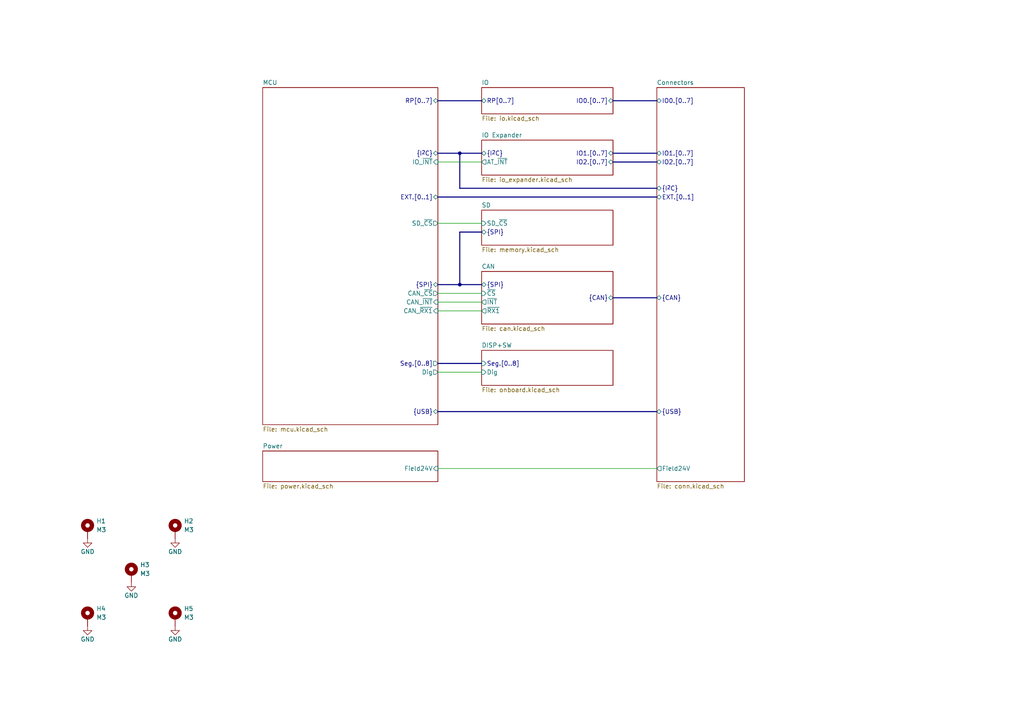
<source format=kicad_sch>
(kicad_sch (version 20211123) (generator eeschema)
  (paper "A4")
  (title_block (title "[canbrd] CAN/RS485 IO board") (date "2022-02-24") (rev "1.0"))
  (lib_symbols
    (symbol "Mechanical:MountingHole_Pad" (pin_numbers hide) (pin_names (offset 1.016) hide)
      (property "Reference" "H" (at 0 6.35 0))
      (property "Value" "MountingHole_Pad" (at 0 4.445 0))
      (symbol "MountingHole_Pad_0_1"
        (circle (center 0 1.27) (radius 1.27) (stroke (width 1.27)))
      )
      (symbol "MountingHole_Pad_1_1"
        (pin input line (at 0 -2.54 90) (length 2.54) (name "1") (number "1"))
      )
    )
    (symbol "power:GND" (power) (pin_names (offset 0))
      (property "Value" "GND" (at 0 -3.81 0))
      (symbol "GND_0_1"
        (polyline (pts (xy 0 0) (xy 0 -1.27) (xy 1.27 -1.27) (xy 0 -2.54) (xy -1.27 -1.27) (xy 0 -1.27)))
      )
      (symbol "GND_1_1"
        (pin power_in line (at 0 0 270) (length 0) hide (name "GND") (number "1"))
      )
    )
  )
  (bus_alias "CAN" (members "CANH" "CANL"))
  (bus_alias "I^{2}C" (members "SDA" "SCL"))
  (bus_alias "USB" (members "USB+" "USB-"))
  (bus_alias "SPI" (members "MOSI" "MISO" "SCK"))
  (junction (at 133.35 82.55))
  (junction (at 133.35 44.45))
  (bus (pts (xy 133.35 44.45) (xy 139.7 44.45)))
  (bus (pts (xy 133.35 54.61) (xy 190.5 54.61)))
  (bus (pts (xy 133.35 82.55) (xy 139.7 82.55)))
  (wire (pts (xy 127 135.89) (xy 190.5 135.89)))
  (bus (pts (xy 139.7 67.31) (xy 133.35 67.31)))
  (bus (pts (xy 177.8 29.2099) (xy 177.8 29.21)))
  (wire (pts (xy 127 87.63) (xy 139.7 87.63)))
  (wire (pts (xy 127 85.09) (xy 139.7 85.09)))
  (bus (pts (xy 127 105.41) (xy 139.7 105.41)))
  (bus (pts (xy 177.8 44.45) (xy 190.5 44.45)))
  (bus (pts (xy 190.5 29.2099) (xy 177.8 29.2099)))
  (bus (pts (xy 127 29.21) (xy 139.7 29.21)))
  (bus (pts (xy 133.35 67.31) (xy 133.35 82.55)))
  (bus (pts (xy 177.8 46.99) (xy 190.5 46.99)))
  (wire (pts (xy 127 46.99) (xy 139.7 46.99)))
  (bus (pts (xy 133.35 82.55) (xy 127 82.55)))
  (wire (pts (xy 127 90.17) (xy 139.7 90.17)))
  (bus (pts (xy 133.35 54.61) (xy 133.35 44.45)))
  (wire (pts (xy 127 64.77) (xy 139.7 64.77)))
  (bus (pts (xy 177.8 86.36) (xy 190.5 86.36)))
  (bus (pts (xy 127 119.38) (xy 190.5 119.38)))
  (bus (pts (xy 127 57.15) (xy 190.5 57.15)))
  (wire (pts (xy 127 107.95) (xy 139.7 107.95)))
  (bus (pts (xy 127 44.45) (xy 133.35 44.45)))
  (symbol (lib_id "Mechanical:MountingHole_Pad") (at 25.4 179.07 0) (unit 1)
    (property "Reference" "H4" (at 27.94 176.5299 0) (effects (justify left)))
    (property "Value" "M3" (at 27.94 179.0699 0) (effects (justify left)))
    (property "Footprint" "MountingHole:MountingHole_3.2mm_M3_Pad_Via" (effects hide))
  )
  (symbol (lib_id "power:GND") (at 25.4 181.61 0) (unit 1)
    (property "Reference" "#PWR04" (effects hide))
    (property "Value" "GND" (at 25.4 185.42 0))
  )
  (symbol (lib_id "Mechanical:MountingHole_Pad") (at 50.8 153.67 0) (unit 1)
    (property "Reference" "H2" (at 53.34 151.1299 0) (effects (justify left)))
    (property "Value" "M3" (at 53.34 153.6699 0) (effects (justify left)))
    (property "Footprint" "MountingHole:MountingHole_3.2mm_M3_Pad_Via" (effects hide))
  )
  (symbol (lib_id "Mechanical:MountingHole_Pad") (at 38.1 166.37 0) (unit 1)
    (property "Reference" "H3" (at 40.64 163.8299 0) (effects (justify left)))
    (property "Value" "M3" (at 40.64 166.3699 0) (effects (justify left)))
    (property "Footprint" "MountingHole:MountingHole_3.2mm_M3_Pad_Via" (effects hide))
  )
  (symbol (lib_id "power:GND") (at 50.8 181.61 0) (unit 1)
    (property "Reference" "#PWR05" (effects hide))
    (property "Value" "GND" (at 50.8 185.42 0))
  )
  (symbol (lib_id "power:GND") (at 50.8 156.21 0) (unit 1)
    (property "Reference" "#PWR02" (effects hide))
    (property "Value" "GND" (at 50.8 160.02 0))
  )
  (symbol (lib_id "Mechanical:MountingHole_Pad") (at 50.8 179.07 0) (unit 1)
    (property "Reference" "H5" (at 53.34 176.5299 0) (effects (justify left)))
    (property "Value" "M3" (at 53.34 179.0699 0) (effects (justify left)))
    (property "Footprint" "MountingHole:MountingHole_3.2mm_M3_Pad_Via" (effects hide))
  )
  (symbol (lib_id "Mechanical:MountingHole_Pad") (at 25.4 153.67 0) (unit 1)
    (property "Reference" "H1" (at 27.94 151.1299 0) (effects (justify left)))
    (property "Value" "M3" (at 27.94 153.6699 0) (effects (justify left)))
    (property "Footprint" "MountingHole:MountingHole_3.2mm_M3_Pad_Via" (effects hide))
  )
  (symbol (lib_id "power:GND") (at 38.1 168.91 0) (unit 1)
    (property "Reference" "#PWR03" (effects hide))
    (property "Value" "GND" (at 38.1 172.72 0))
  )
  (symbol (lib_id "power:GND") (at 25.4 156.21 0) (unit 1)
    (property "Reference" "#PWR01" (effects hide))
    (property "Value" "GND" (at 25.4 160.02 0))
  )
  (sheet (at 76.2 130.81) (size 50.8 8.89) (stroke (width 0.1524))
    (property "Sheet name" "Power" (at 76.2 130.0984 0) (effects (justify left bottom)))
    (property "Sheet file" "power.kicad_sch" (at 76.2 140.2846 0) (effects (justify left top)))
    (pin "Field24V" input (at 127 135.89 0))
  )
  (sheet (at 190.5 25.4) (size 25.4 114.3) (stroke (width 0.1524))
    (property "Sheet name" "Connectors" (at 190.5 24.6884 0) (effects (justify left bottom)))
    (property "Sheet file" "conn.kicad_sch" (at 190.5 140.2846 0) (effects (justify left top)))
    (pin "IO0.[0..7]" bidirectional (at 190.5 29.2099 180))
    (pin "IO1.[0..7]" bidirectional (at 190.5 44.45 180))
    (pin "IO2.[0..7]" bidirectional (at 190.5 46.99 180))
    (pin "{CAN}" bidirectional (at 190.5 86.36 180))
    (pin "{USB}" bidirectional (at 190.5 119.38 180))
    (pin "{I^{2}C}" bidirectional (at 190.5 54.61 180))
    (pin "Field24V" output (at 190.5 135.89 180))
    (pin "EXT.[0..1]" bidirectional (at 190.5 57.15 180))
  )
  (sheet (at 139.7 78.74) (size 38.1 15.24) (stroke (width 0.1524))
    (property "Sheet name" "CAN" (at 139.7 78.0284 0) (effects (justify left bottom)))
    (property "Sheet file" "can.kicad_sch" (at 139.7 94.5646 0) (effects (justify left top)))
    (pin "~{CS}" input (at 139.7 85.09 180))
    (pin "~{INT}" output (at 139.7 87.63 180))
    (pin "~{RX1}" output (at 139.7 90.17 180))
    (pin "{SPI}" bidirectional (at 139.7 82.55 180))
    (pin "{CAN}" bidirectional (at 177.8 86.36 0))
  )
  (sheet (at 139.7 101.6) (size 38.1 10.16) (stroke (width 0.1524))
    (property "Sheet name" "DISP+SW" (at 139.7 100.8884 0) (effects (justify left bottom)))
    (property "Sheet file" "onboard.kicad_sch" (at 139.7 112.3446 0) (effects (justify left top)))
    (pin "Seg.[0..8]" input (at 139.7 105.41 180))
    (pin "Dig" input (at 139.7 107.95 180))
  )
  (sheet (at 139.7 25.4) (size 38.1 7.62) (stroke (width 0.1524))
    (property "Sheet name" "IO" (at 139.7 24.6884 0) (effects (justify left bottom)))
    (property "Sheet file" "io.kicad_sch" (at 139.7 33.6046 0) (effects (justify left top)))
    (pin "RP[0..7]" bidirectional (at 139.7 29.21 180))
    (pin "IO0.[0..7]" bidirectional (at 177.8 29.21 0))
  )
  (sheet (at 76.2 25.4) (size 50.8 97.79) (stroke (width 0.1524))
    (property "Sheet name" "MCU" (at 76.2 24.6884 0) (effects (justify left bottom)))
    (property "Sheet file" "mcu.kicad_sch" (at 76.2 123.7746 0) (effects (justify left top)))
    (pin "Dig" output (at 127 107.95 0))
    (pin "CAN_~{RX1}" input (at 127 90.17 0))
    (pin "CAN_~{INT}" input (at 127 87.63 0))
    (pin "CAN_~{CS}" output (at 127 85.09 0))
    (pin "IO_~{INT}" input (at 127 46.99 0))
    (pin "SD_~{CS}" output (at 127 64.77 0))
    (pin "Seg.[0..8]" output (at 127 105.41 0))
    (pin "{I^{2}C}" bidirectional (at 127 44.45 0))
    (pin "{SPI}" bidirectional (at 127 82.55 0))
    (pin "RP[0..7]" bidirectional (at 127 29.21 0))
    (pin "{USB}" bidirectional (at 127 119.38 0))
    (pin "EXT.[0..1]" bidirectional (at 127 57.15 0))
  )
  (sheet (at 139.7 40.64) (size 38.1 10.16) (stroke (width 0.1524))
    (property "Sheet name" "IO Expander" (at 139.7 39.9284 0) (effects (justify left bottom)))
    (property "Sheet file" "io_expander.kicad_sch" (at 139.7 51.3846 0) (effects (justify left top)))
    (pin "{I^{2}C}" bidirectional (at 139.7 44.45 180))
    (pin "AT_~{INT}" output (at 139.7 46.99 180))
    (pin "IO2.[0..7]" bidirectional (at 177.8 46.99 0))
    (pin "IO1.[0..7]" bidirectional (at 177.8 44.45 0))
  )
  (sheet (at 139.7 60.96) (size 38.1 10.16) (stroke (width 0.1524))
    (property "Sheet name" "SD" (at 139.7 60.2484 0) (effects (justify left bottom)))
    (property "Sheet file" "memory.kicad_sch" (at 139.7 71.7046 0) (effects (justify left top)))
    (pin "{SPI}" bidirectional (at 139.7 67.31 180))
    (pin "SD_~{CS}" input (at 139.7 64.77 180))
  )
)
</source>
